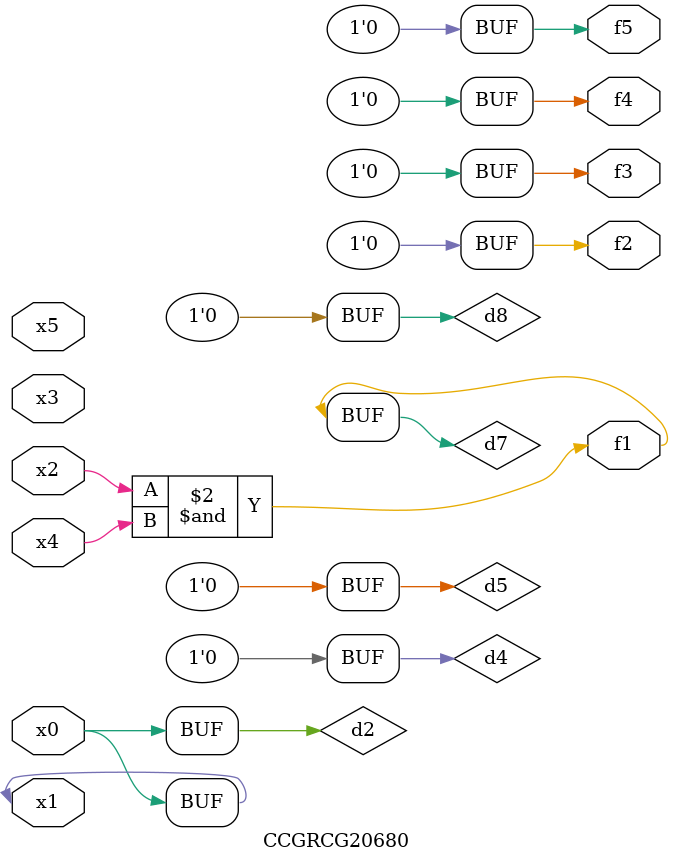
<source format=v>
module CCGRCG20680(
	input x0, x1, x2, x3, x4, x5,
	output f1, f2, f3, f4, f5
);

	wire d1, d2, d3, d4, d5, d6, d7, d8, d9;

	nand (d1, x1);
	buf (d2, x0, x1);
	nand (d3, x2, x4);
	and (d4, d1, d2);
	and (d5, d1, d2);
	nand (d6, d1, d3);
	not (d7, d3);
	xor (d8, d5);
	nor (d9, d5, d6);
	assign f1 = d7;
	assign f2 = d8;
	assign f3 = d8;
	assign f4 = d8;
	assign f5 = d8;
endmodule

</source>
